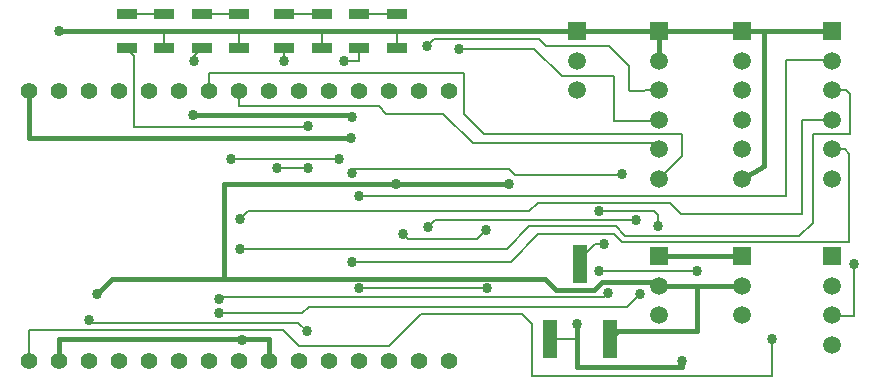
<source format=gbr>
G04 EAGLE Gerber RS-274X export*
G75*
%MOMM*%
%FSLAX34Y34*%
%LPD*%
%INTop Copper*%
%IPPOS*%
%AMOC8*
5,1,8,0,0,1.08239X$1,22.5*%
G01*
%ADD10C,1.408000*%
%ADD11R,1.700000X0.900000*%
%ADD12C,1.508000*%
%ADD13R,1.508000X1.508000*%
%ADD14R,1.200000X3.300000*%
%ADD15C,0.856400*%
%ADD16C,0.203200*%
%ADD17C,0.406400*%


D10*
X69850Y25400D03*
X95250Y25400D03*
X120650Y25400D03*
X146050Y25400D03*
X171450Y25400D03*
X196850Y25400D03*
X222250Y25400D03*
X247650Y25400D03*
X273050Y25400D03*
X298450Y25400D03*
X323850Y25400D03*
X349250Y25400D03*
X374650Y25400D03*
X400050Y25400D03*
X425450Y25400D03*
X425450Y254000D03*
X400050Y254000D03*
X374650Y254000D03*
X349250Y254000D03*
X323850Y254000D03*
X298450Y254000D03*
X273050Y254000D03*
X247650Y254000D03*
X222250Y254000D03*
X196850Y254000D03*
X171450Y254000D03*
X146050Y254000D03*
X120650Y254000D03*
X95250Y254000D03*
X69850Y254000D03*
D11*
X381000Y319300D03*
X381000Y290300D03*
X317500Y319300D03*
X317500Y290300D03*
X247650Y319300D03*
X247650Y290300D03*
X184150Y319300D03*
X184150Y290300D03*
X349250Y319300D03*
X349250Y290300D03*
X285750Y290300D03*
X285750Y319300D03*
X215900Y319300D03*
X215900Y290300D03*
X152400Y319300D03*
X152400Y290300D03*
D12*
X749300Y179800D03*
X749300Y204800D03*
X749300Y229800D03*
X749300Y254800D03*
X749300Y279800D03*
D13*
X749300Y304800D03*
D12*
X673100Y179800D03*
X673100Y204800D03*
X673100Y229800D03*
X673100Y254800D03*
X673100Y279800D03*
D13*
X673100Y304800D03*
D12*
X603250Y64300D03*
X603250Y89300D03*
D13*
X603250Y114300D03*
D12*
X673100Y64300D03*
X673100Y89300D03*
D13*
X673100Y114300D03*
D12*
X749300Y39300D03*
X749300Y64300D03*
X749300Y89300D03*
D13*
X749300Y114300D03*
D12*
X533400Y254800D03*
X533400Y279800D03*
D13*
X533400Y304800D03*
D12*
X603250Y179800D03*
X603250Y204800D03*
X603250Y229800D03*
X603250Y254800D03*
X603250Y279800D03*
D13*
X603250Y304800D03*
D14*
X535940Y107950D03*
X510540Y43950D03*
X561340Y43950D03*
D15*
X230632Y66040D03*
D16*
X300990Y66040D01*
X306578Y71628D01*
X576208Y71628D01*
X585860Y81280D01*
X586740Y81280D01*
X586740Y82042D01*
D15*
X586740Y82042D03*
X602234Y139700D03*
D16*
X598678Y152400D02*
X552450Y152400D01*
X602234Y148844D02*
X602234Y139700D01*
X602234Y148844D02*
X598678Y152400D01*
D15*
X552450Y152400D03*
X230886Y78232D03*
D16*
X232156Y79502D01*
X556514Y79502D02*
X560070Y83058D01*
X556514Y79502D02*
X232156Y79502D01*
D15*
X560070Y83058D03*
X457200Y86954D03*
D16*
X456778Y87376D01*
X349250Y87376D01*
X349250Y86954D01*
D15*
X349250Y86954D03*
X456352Y136081D03*
D16*
X390091Y128950D02*
X386420Y132621D01*
X386420Y133350D01*
X449221Y128950D02*
X456352Y136081D01*
X449221Y128950D02*
X390091Y128950D01*
D15*
X386420Y133350D03*
X306070Y224282D03*
D16*
X305054Y223266D01*
X158750Y223266D01*
X158750Y283950D02*
X152400Y290300D01*
X158750Y283950D02*
X158750Y223266D01*
D15*
X120650Y60198D03*
D16*
X297688Y57912D02*
X304800Y50800D01*
X122936Y57912D02*
X120650Y60198D01*
X122936Y57912D02*
X297688Y57912D01*
D15*
X304800Y50800D03*
X209550Y279400D03*
D16*
X209550Y283950D01*
X215900Y290300D01*
D15*
X285750Y279400D03*
D16*
X285750Y290300D01*
D15*
X241046Y196342D03*
D16*
X331978Y196342D01*
X332486Y196850D01*
D15*
X332486Y196850D03*
X336550Y279400D03*
D16*
X349250Y279400D01*
X349250Y290300D01*
D15*
X127000Y82550D03*
D17*
X515978Y85862D02*
X548283Y85862D01*
X139700Y95250D02*
X127000Y82550D01*
X139700Y95250D02*
X234950Y95250D01*
X506590Y95250D01*
X515978Y85862D01*
X548283Y85862D02*
X554791Y92370D01*
X600180Y92370D01*
X603250Y89300D01*
X635000Y89300D01*
X673100Y89300D01*
X234950Y95250D02*
X234950Y175260D01*
D15*
X476250Y175768D03*
D17*
X379984Y175260D02*
X234950Y175260D01*
X475996Y175514D02*
X476250Y175768D01*
X475996Y175514D02*
X378460Y175514D01*
D16*
X378206Y175260D01*
X379984Y175260D01*
D15*
X379984Y175260D03*
D17*
X561340Y43950D02*
X568190Y50800D01*
X635000Y50800D01*
X635000Y89300D01*
D16*
X184150Y290300D02*
X184150Y304800D01*
D17*
X247650Y304800D01*
D16*
X247650Y290300D01*
D17*
X247650Y304800D02*
X317500Y304800D01*
D16*
X317500Y290300D01*
D17*
X317500Y304800D02*
X381000Y304800D01*
D16*
X381000Y290300D01*
D17*
X533400Y304800D02*
X603250Y304800D01*
X673100Y304800D01*
X692150Y304800D01*
X749300Y304800D01*
X692150Y190500D02*
X673100Y179800D01*
X692150Y190500D02*
X692150Y304800D01*
D16*
X510540Y44450D02*
X510540Y43950D01*
D17*
X184150Y304800D02*
X95250Y304800D01*
X381000Y304800D02*
X533400Y304800D01*
X603250Y304800D02*
X603250Y279800D01*
D15*
X95250Y304800D03*
D17*
X603250Y114300D02*
X673100Y114300D01*
X273050Y44450D02*
X273050Y25400D01*
X273050Y44450D02*
X247650Y44450D01*
X95250Y44450D01*
X95250Y25400D01*
D16*
X510540Y44450D02*
X533400Y44450D01*
D17*
X533400Y20574D01*
X622300Y20574D01*
X622300Y25400D01*
D15*
X622300Y25400D03*
D17*
X533400Y44450D02*
X533400Y57150D01*
D15*
X533400Y57150D03*
D16*
X249253Y42847D02*
X247650Y44450D01*
X249253Y42847D02*
X249682Y43276D01*
D15*
X249682Y43276D03*
D16*
X749300Y204800D02*
X760400Y204800D01*
X764032Y201168D01*
X764032Y126492D01*
X571641Y126492D01*
X565047Y133086D01*
X500878Y133086D01*
X477520Y109728D01*
X343408Y109728D01*
D15*
X343408Y109728D03*
D16*
X724075Y229800D02*
X749300Y229800D01*
X724154Y228538D02*
X724075Y229800D01*
X724154Y228538D02*
X724154Y149860D01*
X621792Y149860D01*
D15*
X248580Y146050D03*
D16*
X254676Y152146D01*
X492760Y152146D01*
X500294Y159680D02*
X611972Y159680D01*
X500294Y159680D02*
X492760Y152146D01*
X611972Y159680D02*
X621792Y149860D01*
D15*
X248580Y120650D03*
D16*
X474472Y120650D01*
X493268Y139446D01*
X566285Y139446D01*
X761200Y254800D02*
X764540Y251460D01*
X761200Y254800D02*
X749300Y254800D01*
X574327Y131404D02*
X566285Y139446D01*
X574327Y131404D02*
X721954Y131404D01*
X733044Y142494D01*
X733044Y217932D01*
X764540Y217932D01*
X764540Y251460D01*
X710184Y165100D02*
X651510Y165100D01*
X710184Y165100D02*
X710184Y280416D01*
X748684Y280416D02*
X749300Y279800D01*
X748684Y280416D02*
X710184Y280416D01*
D15*
X348742Y165354D03*
D16*
X348996Y165100D01*
X651510Y165100D01*
D15*
X208788Y233934D03*
D17*
X208788Y233426D02*
X341376Y233426D01*
X208788Y233934D02*
X208788Y233426D01*
X341376Y233426D02*
X342900Y231902D01*
D15*
X342900Y231902D03*
D16*
X748500Y63500D02*
X749300Y64300D01*
D15*
X768350Y107950D03*
D16*
X768350Y63500D01*
X748500Y63500D01*
X247650Y319300D02*
X215900Y319300D01*
X184150Y319300D02*
X152400Y319300D01*
X285750Y319300D02*
X317500Y319300D01*
X349250Y319300D02*
X381000Y319300D01*
X578259Y254350D02*
X603250Y254800D01*
X578259Y254350D02*
X577580Y255030D01*
X412750Y298450D02*
X406400Y292100D01*
D15*
X406400Y292100D03*
D16*
X412750Y298450D02*
X501396Y298450D01*
X577580Y275352D02*
X577580Y255030D01*
X577580Y275352D02*
X560832Y292100D01*
X507746Y292100D01*
X501396Y298450D01*
D15*
X433324Y290068D03*
D16*
X497332Y290068D01*
X520700Y266700D01*
X565150Y266700D01*
X565150Y228600D01*
X602050Y228600D01*
X603250Y229800D01*
X247650Y241300D02*
X247650Y254000D01*
X247650Y241300D02*
X365896Y241300D01*
X372246Y234950D02*
X420370Y234950D01*
X372246Y234950D02*
X365896Y241300D01*
X420370Y234950D02*
X445516Y209804D01*
X602234Y204800D02*
X603250Y204800D01*
X602234Y204800D02*
X597230Y209804D01*
X445516Y209804D01*
X222250Y254000D02*
X222250Y269240D01*
X603250Y179800D02*
X622300Y198850D01*
X455266Y217424D02*
X438150Y234540D01*
X438150Y269240D01*
X622300Y217424D02*
X622300Y198850D01*
X622300Y217424D02*
X455266Y217424D01*
X438150Y269240D02*
X222250Y269240D01*
D15*
X552450Y101600D03*
D16*
X635000Y101600D01*
D15*
X635000Y101600D03*
X305816Y188722D03*
X279486Y188722D03*
D16*
X305816Y188722D01*
X535940Y111506D02*
X548894Y124460D01*
X535940Y111506D02*
X535940Y107950D01*
X548894Y124460D02*
X556768Y124460D01*
D15*
X556768Y124460D03*
X571500Y184150D03*
D16*
X570570Y183220D01*
X481126Y183220D01*
X476218Y188128D02*
X345948Y188128D01*
X342900Y185080D01*
X476218Y188128D02*
X481126Y183220D01*
D15*
X342900Y185080D03*
X407330Y138770D03*
D16*
X413172Y144612D02*
X583184Y144612D01*
X413172Y144612D02*
X407330Y138770D01*
D15*
X583184Y144612D03*
X342646Y214122D03*
D17*
X69850Y214122D02*
X69850Y254000D01*
X69850Y214122D02*
X342646Y214122D01*
D16*
X69850Y51816D02*
X69850Y25400D01*
X69850Y51816D02*
X284734Y51816D01*
X298450Y38100D01*
X374650Y38100D01*
X401574Y65024D01*
X487172Y65024D01*
X495300Y56896D01*
X495300Y13208D01*
X698500Y13208D01*
X698500Y44450D01*
D15*
X698500Y44450D03*
M02*

</source>
